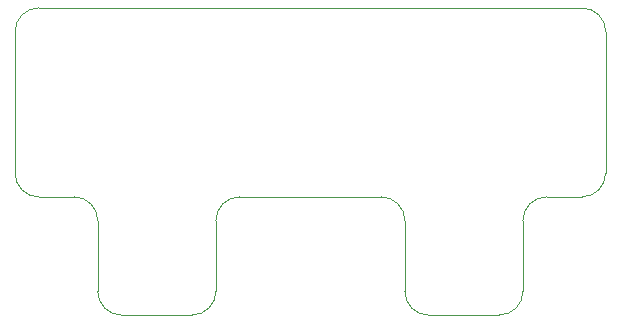
<source format=gm1>
G04 #@! TF.GenerationSoftware,KiCad,Pcbnew,5.1.9+dfsg1-1*
G04 #@! TF.CreationDate,2023-01-27T15:45:28+09:00*
G04 #@! TF.ProjectId,top,746f702e-6b69-4636-9164-5f7063625858,rev?*
G04 #@! TF.SameCoordinates,Original*
G04 #@! TF.FileFunction,Profile,NP*
%FSLAX46Y46*%
G04 Gerber Fmt 4.6, Leading zero omitted, Abs format (unit mm)*
G04 Created by KiCad (PCBNEW 5.1.9+dfsg1-1) date 2023-01-27 15:45:28*
%MOMM*%
%LPD*%
G01*
G04 APERTURE LIST*
G04 #@! TA.AperFunction,Profile*
%ADD10C,0.050000*%
G04 #@! TD*
G04 APERTURE END LIST*
D10*
X138000000Y-116000000D02*
X138000000Y-110000000D01*
X122000000Y-116000000D02*
X122000000Y-110000000D01*
X140000000Y-118000000D02*
X146000000Y-118000000D01*
X114000000Y-118000000D02*
X120000000Y-118000000D01*
X136000000Y-108000000D02*
G75*
G02*
X138000000Y-110000000I0J-2000000D01*
G01*
X122000000Y-110000000D02*
G75*
G02*
X124000000Y-108000000I2000000J0D01*
G01*
X140000000Y-118000000D02*
G75*
G02*
X138000000Y-116000000I0J2000000D01*
G01*
X122000000Y-116000000D02*
G75*
G02*
X120000000Y-118000000I-2000000J0D01*
G01*
X124000000Y-108000000D02*
X136000000Y-108000000D01*
X148000000Y-116000000D02*
G75*
G02*
X146000000Y-118000000I-2000000J0D01*
G01*
X114000000Y-118000000D02*
G75*
G02*
X112000000Y-116000000I0J2000000D01*
G01*
X148000000Y-110000000D02*
G75*
G02*
X150000000Y-108000000I2000000J0D01*
G01*
X110000000Y-108000000D02*
G75*
G02*
X112000000Y-110000000I0J-2000000D01*
G01*
X112000000Y-110000000D02*
X112000000Y-116000000D01*
X150000000Y-108000000D02*
X153000000Y-108000000D01*
X148000000Y-116000000D02*
X148000000Y-110000000D01*
X107000000Y-108000000D02*
X110000000Y-108000000D01*
X155000000Y-94000000D02*
X155000000Y-106000000D01*
X105000000Y-106000000D02*
X105000000Y-94000000D01*
X155000000Y-106000000D02*
G75*
G02*
X153000000Y-108000000I-2000000J0D01*
G01*
X107000000Y-108000000D02*
G75*
G02*
X105000000Y-106000000I0J2000000D01*
G01*
X107000000Y-92000000D02*
X153000000Y-92000000D01*
X153000000Y-92000000D02*
G75*
G02*
X155000000Y-94000000I0J-2000000D01*
G01*
X105000000Y-94000000D02*
G75*
G02*
X107000000Y-92000000I2000000J0D01*
G01*
M02*

</source>
